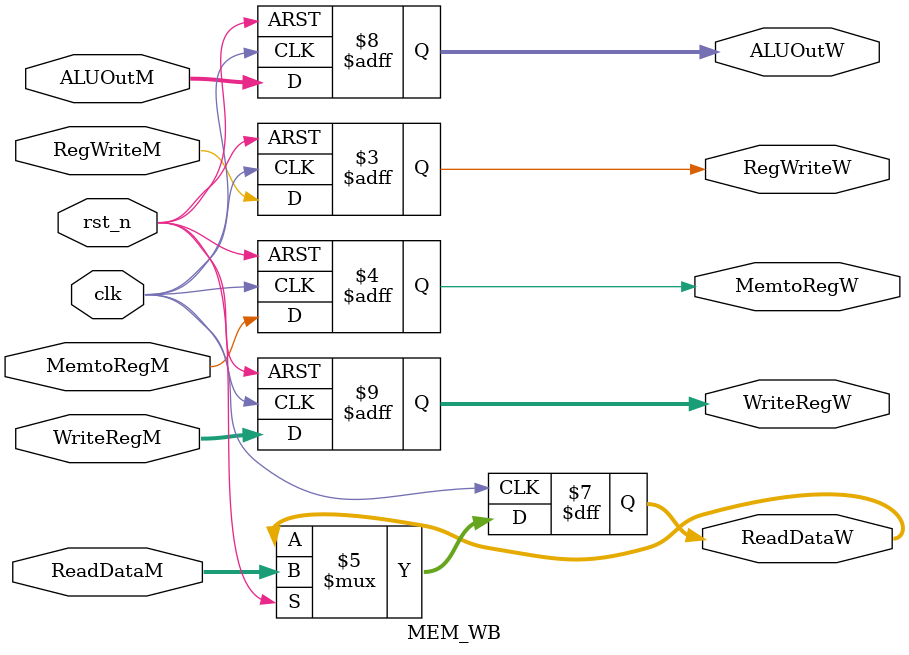
<source format=v>
`timescale 1ns / 1ps
module MEM_WB(
	input clk,
	input rst_n,
	input RegWriteM,
	input MemtoRegM,
	input [31:0] ReadDataM,
	input [31:0] ALUOutM,
	input [4:0] WriteRegM,

	output reg RegWriteW,
	output reg MemtoRegW,
	output reg [31:0] ReadDataW,
	output reg [31:0] ALUOutW,
	output reg [4:0] WriteRegW
	);


always @(posedge clk or negedge rst_n) begin
	if (~rst_n) begin
		// reset
		RegWriteW <= 0;
		MemtoRegW <= 0;
		WriteRegW <= 0;
		ALUOutW <= 0;
		WriteRegW <= 0;
	end
	else begin
		RegWriteW <= RegWriteM;
		MemtoRegW <= MemtoRegM;
		ReadDataW <= ReadDataM;
		ALUOutW <= ALUOutM;
		WriteRegW <= WriteRegM;
	end
end

endmodule

</source>
